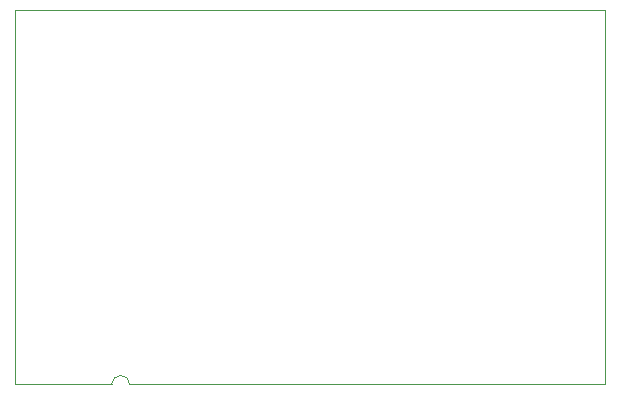
<source format=gbr>
%TF.GenerationSoftware,KiCad,Pcbnew,8.0.7*%
%TF.CreationDate,2025-03-21T13:40:33-04:00*%
%TF.ProjectId,TRS2_SOU_PATCH,54525332-5f53-44f5-955f-50415443482e,rev?*%
%TF.SameCoordinates,Original*%
%TF.FileFunction,Profile,NP*%
%FSLAX46Y46*%
G04 Gerber Fmt 4.6, Leading zero omitted, Abs format (unit mm)*
G04 Created by KiCad (PCBNEW 8.0.7) date 2025-03-21 13:40:33*
%MOMM*%
%LPD*%
G01*
G04 APERTURE LIST*
%TA.AperFunction,Profile*%
%ADD10C,0.050000*%
%TD*%
G04 APERTURE END LIST*
D10*
X144068800Y-80518000D02*
G75*
G02*
X144830800Y-79756000I762000J0D01*
G01*
X185801000Y-48818800D02*
X135890000Y-48818800D01*
X135890000Y-48818800D02*
X135890000Y-80518000D01*
X144830800Y-79756000D02*
G75*
G02*
X145592800Y-80518000I0J-762000D01*
G01*
X185801000Y-80518000D02*
X185801000Y-48818800D01*
X145592800Y-80518000D02*
X185801000Y-80518000D01*
X144068800Y-80518000D02*
X135890000Y-80518000D01*
M02*

</source>
